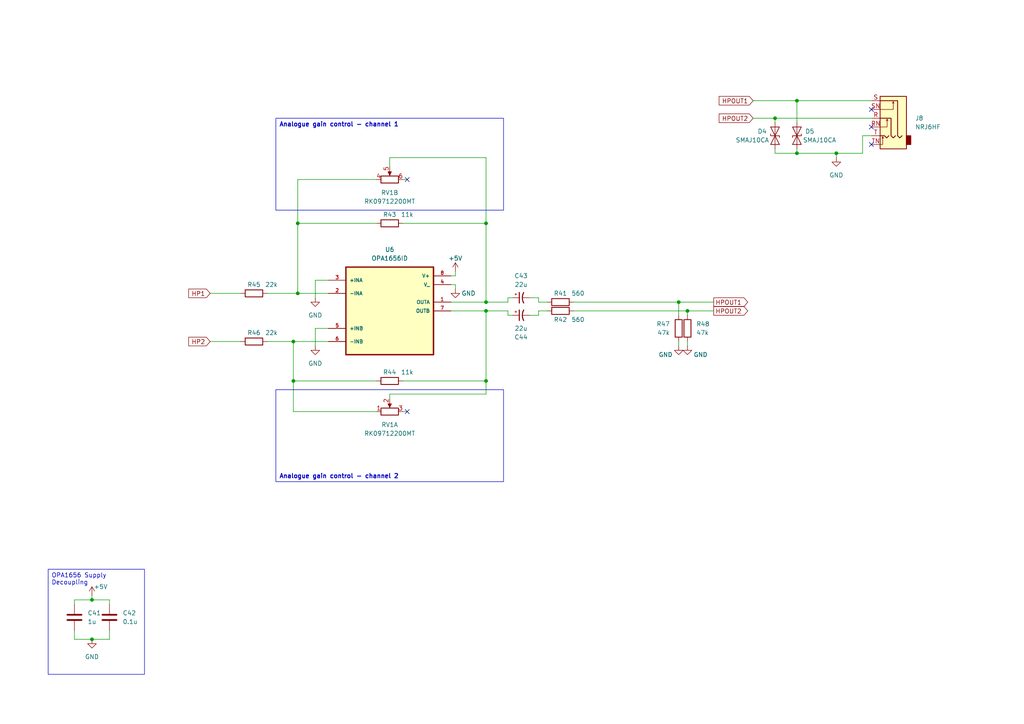
<source format=kicad_sch>
(kicad_sch (version 20230121) (generator eeschema)
  (paper "A4")
  (title_block (title "The Raspberry Jam") (date "2024-02-05") (rev "REV A0") (company "Engineer: Jed Scott"))
  (lib_symbols
    (symbol "Connector_Audio:NRJ6HF"
      (property "Reference" "J" (at 0 11.43 0))
      (property "Value" "NRJ6HF" (at 0 8.89 0))
      (symbol "NRJ6HF_0_1"
        (rectangle (start -5.08 -5.08) (end -6.35 -7.62) (stroke (width 0.254)) (fill (type outline)))
        (polyline (pts (xy -1.27 4.826) (xy -1.016 4.318)))
        (polyline (pts (xy 0.508 -0.254) (xy 0.762 -0.762)))
        (polyline (pts (xy 1.778 -5.334) (xy 2.032 -5.842)))
        (polyline (pts (xy 0 -5.08) (xy 0.635 -5.715) (xy 1.27 -5.08) (xy 2.54 -5.08)) (stroke (width 0.254)))
        (polyline (pts (xy 2.54 -7.62) (xy 1.778 -7.62) (xy 1.778 -5.334) (xy 1.524 -5.842)))
        (polyline (pts (xy 2.54 -2.54) (xy 0.508 -2.54) (xy 0.508 -0.254) (xy 0.254 -0.762)))
        (polyline (pts (xy 2.54 2.54) (xy -1.27 2.54) (xy -1.27 4.826) (xy -1.524 4.318)))
        (polyline (pts (xy -1.905 -5.08) (xy -1.27 -5.715) (xy -0.635 -5.08) (xy -0.635 0) (xy 2.54 0)) (stroke (width 0.254)))
        (polyline (pts (xy 2.54 5.08) (xy -2.54 5.08) (xy -2.54 -5.08) (xy -3.175 -5.715) (xy -3.81 -5.08)) (stroke (width 0.254)))
        (rectangle (start 2.54 6.35) (end -5.08 -8.89) (stroke (width 0.254)) (fill (type background)))
      )
      (symbol "NRJ6HF_1_1"
        (pin passive line (at 5.08 0 180) (length 2.54) (name "~") (number "R"))
        (pin passive line (at 5.08 -2.54 180) (length 2.54) (name "~") (number "RN"))
        (pin passive line (at 5.08 5.08 180) (length 2.54) (name "~") (number "S"))
        (pin passive line (at 5.08 2.54 180) (length 2.54) (name "~") (number "SN"))
        (pin passive line (at 5.08 -5.08 180) (length 2.54) (name "~") (number "T"))
        (pin passive line (at 5.08 -7.62 180) (length 2.54) (name "~") (number "TN"))
      )
    )
    (symbol "Device:C" (pin_numbers hide) (pin_names (offset 0.254))
      (property "Reference" "C" (at 0.635 2.54 0))
      (property "Value" "C" (at 0.635 -2.54 0))
      (symbol "C_0_1"
        (polyline (pts (xy -2.032 -0.762) (xy 2.032 -0.762)) (stroke (width 0.508)))
        (polyline (pts (xy -2.032 0.762) (xy 2.032 0.762)) (stroke (width 0.508)))
      )
      (symbol "C_1_1"
        (pin passive line (at 0 3.81 270) (length 2.794) (name "~") (number "1"))
        (pin passive line (at 0 -3.81 90) (length 2.794) (name "~") (number "2"))
      )
    )
    (symbol "Device:C_Polarized_Small_US" (pin_numbers hide) (pin_names (offset 0.254) hide)
      (property "Reference" "C" (at 0.254 1.778 0))
      (property "Value" "C_Polarized_Small_US" (at 0.254 -2.032 0))
      (symbol "C_Polarized_Small_US_0_1"
        (polyline (pts (xy -1.524 0.508) (xy 1.524 0.508)) (stroke (width 0.3048)))
        (polyline (pts (xy -1.27 1.524) (xy -0.762 1.524)))
        (polyline (pts (xy -1.016 1.27) (xy -1.016 1.778)))
        (arc (start 1.524 -0.762) (mid 0 -0.3734) (end -1.524 -0.762) (stroke (width 0.3048)))
      )
      (symbol "C_Polarized_Small_US_1_1"
        (pin passive line (at 0 2.54 270) (length 2.032) (name "~") (number "1"))
        (pin passive line (at 0 -2.54 90) (length 2.032) (name "~") (number "2"))
      )
    )
    (symbol "Device:R" (pin_numbers hide) (pin_names (offset 0))
      (property "Reference" "R" (at 2.032 0 90))
      (property "Value" "R" (at 0 0 90))
      (symbol "R_0_1"
        (rectangle (start -1.016 -2.54) (end 1.016 2.54) (stroke (width 0.254)))
      )
      (symbol "R_1_1"
        (pin passive line (at 0 3.81 270) (length 1.27) (name "~") (number "1"))
        (pin passive line (at 0 -3.81 90) (length 1.27) (name "~") (number "2"))
      )
    )
    (symbol "Device:R_Potentiometer_Dual_Separate" (pin_names (offset 1.016) hide)
      (property "Reference" "RV" (at -4.445 0 90))
      (property "Value" "R_Potentiometer_Dual_Separate" (at -2.54 0 90))
      (symbol "R_Potentiometer_Dual_Separate_0_1"
        (polyline (pts (xy 2.54 0) (xy 1.524 0)))
        (polyline (pts (xy 1.143 0) (xy 2.286 0.508) (xy 2.286 -0.508) (xy 1.143 0)) (fill (type outline)))
        (rectangle (start 1.016 2.54) (end -1.016 -2.54) (stroke (width 0.254)))
      )
      (symbol "R_Potentiometer_Dual_Separate_1_1"
        (pin passive line (at 0 3.81 270) (length 1.27) (name "1") (number "1"))
        (pin passive line (at 3.81 0 180) (length 1.27) (name "2") (number "2"))
        (pin passive line (at 0 -3.81 90) (length 1.27) (name "3") (number "3"))
      )
      (symbol "R_Potentiometer_Dual_Separate_2_1"
        (pin passive line (at 0 3.81 270) (length 1.27) (name "4") (number "4"))
        (pin passive line (at 3.81 0 180) (length 1.27) (name "5") (number "5"))
        (pin passive line (at 0 -3.81 90) (length 1.27) (name "6") (number "6"))
      )
    )
    (symbol "Diode:SMAJ10CA" (pin_numbers hide) (pin_names (offset 1.016) hide)
      (property "Reference" "D" (at 0 2.54 0))
      (property "Value" "SMAJ10CA" (at 0 -2.54 0))
      (symbol "SMAJ10CA_0_1"
        (polyline (pts (xy 1.27 0) (xy -1.27 0)))
        (polyline (pts (xy -2.54 -1.27) (xy 0 0) (xy -2.54 1.27) (xy -2.54 -1.27)) (stroke (width 0.2032)))
        (polyline (pts (xy 0.508 1.27) (xy 0 1.27) (xy 0 -1.27) (xy -0.508 -1.27)) (stroke (width 0.2032)))
        (polyline (pts (xy 2.54 1.27) (xy 2.54 -1.27) (xy 0 0) (xy 2.54 1.27)) (stroke (width 0.2032)))
      )
      (symbol "SMAJ10CA_1_1"
        (pin passive line (at -3.81 0 0) (length 2.54) (name "A1") (number "1"))
        (pin passive line (at 3.81 0 180) (length 2.54) (name "A2") (number "2"))
      )
    )
    (symbol "OPA1656ID:OPA1656ID" (pin_names (offset 1.016))
      (property "Reference" "U" (at -12.7 13.7 0))
      (property "Value" "OPA1656ID" (at -12.7 -16.7 0))
      (symbol "OPA1656ID_0_0"
        (rectangle (start -12.7 -12.7) (end 12.7 12.7) (stroke (width 0.41)) (fill (type background)))
        (pin output line (at 17.78 2.54 180) (length 5.08) (name "OUTA") (number "1"))
        (pin input line (at -17.78 5.08 0) (length 5.08) (name "-INA") (number "2"))
        (pin power_in line (at 17.78 7.62 180) (length 5.08) (name "V_") (number "4"))
        (pin input line (at -17.78 -8.89 0) (length 5.08) (name "-INB") (number "6"))
        (pin output line (at 17.78 0 180) (length 5.08) (name "OUTB") (number "7"))
        (pin power_in line (at 17.78 10.16 180) (length 5.08) (name "V+") (number "8"))
      )
      (symbol "OPA1656ID_1_0"
        (pin input line (at -17.78 8.89 0) (length 5.08) (name "+INA") (number "3"))
        (pin input line (at -17.78 -5.08 0) (length 5.08) (name "+INB") (number "5"))
      )
    )
    (symbol "power:+5V" (power) (pin_names (offset 0))
      (property "Value" "+5V" (at 0 3.556 0))
      (symbol "+5V_0_1"
        (polyline (pts (xy -0.762 1.27) (xy 0 2.54)))
        (polyline (pts (xy 0 0) (xy 0 2.54)))
        (polyline (pts (xy 0 2.54) (xy 0.762 1.27)))
      )
      (symbol "+5V_1_1"
        (pin power_in line (at 0 0 90) (length 0) hide (name "+5V") (number "1"))
      )
    )
    (symbol "power:GND" (power) (pin_names (offset 0))
      (property "Value" "GND" (at 0 -3.81 0))
      (symbol "GND_0_1"
        (polyline (pts (xy 0 0) (xy 0 -1.27) (xy 1.27 -1.27) (xy 0 -2.54) (xy -1.27 -1.27) (xy 0 -1.27)))
      )
      (symbol "GND_1_1"
        (pin power_in line (at 0 0 270) (length 0) hide (name "GND") (number "1"))
      )
    )
  )
  (junction (at 140.97 87.63))
  (junction (at 199.39 90.17))
  (junction (at 140.97 90.17))
  (junction (at 86.36 85.09))
  (junction (at 196.85 87.63))
  (junction (at 85.09 110.49))
  (junction (at 231.14 29.21))
  (junction (at 242.57 44.45))
  (junction (at 140.97 64.77))
  (junction (at 85.09 99.06))
  (junction (at 231.14 44.45))
  (junction (at 140.97 110.49))
  (junction (at 86.36 64.77))
  (junction (at 26.67 185.42))
  (junction (at 26.67 173.99))
  (junction (at 224.79 34.29))
  (no_connect (at 252.73 31.75))
  (no_connect (at 252.73 41.91))
  (no_connect (at 118.11 52.07))
  (no_connect (at 252.73 36.83))
  (no_connect (at 118.11 119.38))
  (wire (pts (xy 147.32 87.63) (xy 147.32 86.36)))
  (wire (pts (xy 166.37 87.63) (xy 196.85 87.63)))
  (wire (pts (xy 147.32 90.17) (xy 147.32 91.44)))
  (wire (pts (xy 231.14 44.45) (xy 231.14 43.18)))
  (wire (pts (xy 116.84 64.77) (xy 140.97 64.77)))
  (wire (pts (xy 26.67 185.42) (xy 31.75 185.42)))
  (wire (pts (xy 31.75 173.99) (xy 31.75 175.26)))
  (wire (pts (xy 140.97 45.72) (xy 140.97 64.77)))
  (wire (pts (xy 196.85 87.63) (xy 207.01 87.63)))
  (wire (pts (xy 118.11 119.38) (xy 116.84 119.38)))
  (wire (pts (xy 86.36 64.77) (xy 86.36 52.07)))
  (wire (pts (xy 21.59 182.88) (xy 21.59 185.42)))
  (wire (pts (xy 199.39 90.17) (xy 207.01 90.17)))
  (wire (pts (xy 132.08 80.01) (xy 130.81 80.01)))
  (wire (pts (xy 113.03 48.26) (xy 113.03 45.72)))
  (wire (pts (xy 85.09 110.49) (xy 109.22 110.49)))
  (wire (pts (xy 113.03 114.3) (xy 140.97 114.3)))
  (wire (pts (xy 113.03 115.57) (xy 113.03 114.3)))
  (wire (pts (xy 147.32 86.36) (xy 148.59 86.36)))
  (wire (pts (xy 85.09 99.06) (xy 95.25 99.06)))
  (wire (pts (xy 218.44 29.21) (xy 231.14 29.21)))
  (wire (pts (xy 26.67 173.99) (xy 31.75 173.99)))
  (wire (pts (xy 21.59 173.99) (xy 26.67 173.99)))
  (wire (pts (xy 153.67 91.44) (xy 156.21 91.44)))
  (wire (pts (xy 132.08 82.55) (xy 132.08 83.82)))
  (wire (pts (xy 153.67 86.36) (xy 156.21 86.36)))
  (wire (pts (xy 156.21 86.36) (xy 156.21 87.63)))
  (wire (pts (xy 147.32 91.44) (xy 148.59 91.44)))
  (wire (pts (xy 196.85 99.06) (xy 196.85 100.33)))
  (wire (pts (xy 132.08 78.74) (xy 132.08 80.01)))
  (wire (pts (xy 231.14 29.21) (xy 252.73 29.21)))
  (wire (pts (xy 86.36 85.09) (xy 86.36 64.77)))
  (wire (pts (xy 224.79 34.29) (xy 252.73 34.29)))
  (wire (pts (xy 21.59 173.99) (xy 21.59 175.26)))
  (wire (pts (xy 116.84 110.49) (xy 140.97 110.49)))
  (wire (pts (xy 118.11 52.07) (xy 116.84 52.07)))
  (wire (pts (xy 199.39 99.06) (xy 199.39 100.33)))
  (wire (pts (xy 156.21 87.63) (xy 158.75 87.63)))
  (wire (pts (xy 242.57 44.45) (xy 250.19 44.45)))
  (wire (pts (xy 231.14 44.45) (xy 242.57 44.45)))
  (wire (pts (xy 85.09 119.38) (xy 109.22 119.38)))
  (wire (pts (xy 26.67 172.72) (xy 26.67 173.99)))
  (wire (pts (xy 242.57 44.45) (xy 242.57 45.72)))
  (wire (pts (xy 130.81 87.63) (xy 140.97 87.63)))
  (wire (pts (xy 85.09 99.06) (xy 85.09 110.49)))
  (wire (pts (xy 199.39 90.17) (xy 199.39 91.44)))
  (wire (pts (xy 218.44 34.29) (xy 224.79 34.29)))
  (wire (pts (xy 196.85 87.63) (xy 196.85 91.44)))
  (wire (pts (xy 31.75 185.42) (xy 31.75 182.88)))
  (wire (pts (xy 113.03 45.72) (xy 140.97 45.72)))
  (wire (pts (xy 60.96 99.06) (xy 69.85 99.06)))
  (wire (pts (xy 250.19 39.37) (xy 252.73 39.37)))
  (wire (pts (xy 156.21 91.44) (xy 156.21 90.17)))
  (wire (pts (xy 130.81 90.17) (xy 140.97 90.17)))
  (wire (pts (xy 86.36 52.07) (xy 109.22 52.07)))
  (wire (pts (xy 77.47 99.06) (xy 85.09 99.06)))
  (wire (pts (xy 250.19 44.45) (xy 250.19 39.37)))
  (wire (pts (xy 85.09 110.49) (xy 85.09 119.38)))
  (wire (pts (xy 224.79 43.18) (xy 224.79 44.45)))
  (wire (pts (xy 231.14 29.21) (xy 231.14 35.56)))
  (wire (pts (xy 77.47 85.09) (xy 86.36 85.09)))
  (wire (pts (xy 140.97 90.17) (xy 147.32 90.17)))
  (wire (pts (xy 86.36 85.09) (xy 95.25 85.09)))
  (wire (pts (xy 140.97 64.77) (xy 140.97 87.63)))
  (wire (pts (xy 95.25 95.25) (xy 91.44 95.25)))
  (wire (pts (xy 140.97 110.49) (xy 140.97 90.17)))
  (wire (pts (xy 86.36 64.77) (xy 109.22 64.77)))
  (wire (pts (xy 91.44 95.25) (xy 91.44 100.33)))
  (wire (pts (xy 166.37 90.17) (xy 199.39 90.17)))
  (wire (pts (xy 224.79 34.29) (xy 224.79 35.56)))
  (wire (pts (xy 140.97 87.63) (xy 147.32 87.63)))
  (wire (pts (xy 140.97 114.3) (xy 140.97 110.49)))
  (wire (pts (xy 60.96 85.09) (xy 69.85 85.09)))
  (wire (pts (xy 156.21 90.17) (xy 158.75 90.17)))
  (wire (pts (xy 224.79 44.45) (xy 231.14 44.45)))
  (wire (pts (xy 95.25 81.28) (xy 91.44 81.28)))
  (wire (pts (xy 91.44 81.28) (xy 91.44 86.36)))
  (wire (pts (xy 21.59 185.42) (xy 26.67 185.42)))
  (wire (pts (xy 130.81 82.55) (xy 132.08 82.55)))
  (text_box "OPA1656 Supply Decoupling\n" (at 13.97 165.1 0) (size 27.94 30.48) (effects (font (size 1.27 1.27)) (justify left top)))
  (text_box "Analogue gain control - channel 2\n" (at 80.01 113.03 0) (size 66.04 26.67) (effects (font (size 1.27 1.27) bold) (justify left bottom)))
  (text_box "Analogue gain control - channel 1" (at 80.01 34.29 0) (size 66.04 26.67) (effects (font (size 1.27 1.27) bold) (justify left top)))
  (global_label "HP2" (shape input) (at 60.96 99.06 180) (property "Intersheetrefs" "${INTERSHEET_REFS}" (effects hide)))
  (global_label "HP1" (shape input) (at 60.96 85.09 180) (property "Intersheetrefs" "${INTERSHEET_REFS}" (effects hide)))
  (global_label "HPOUT2" (shape input) (at 218.44 34.29 180) (property "Intersheetrefs" "${INTERSHEET_REFS}" (effects hide)))
  (global_label "HPOUT2" (shape output) (at 207.01 90.17 0) (property "Intersheetrefs" "${INTERSHEET_REFS}" (effects hide)))
  (global_label "HPOUT1" (shape input) (at 218.44 29.21 180) (property "Intersheetrefs" "${INTERSHEET_REFS}" (effects hide)))
  (global_label "HPOUT1" (shape output) (at 207.01 87.63 0) (property "Intersheetrefs" "${INTERSHEET_REFS}" (effects hide)))
  (symbol (lib_id "Device:C_Polarized_Small_US") (at 151.13 91.44 90) (mirror x) (unit 1)
    (property "Reference" "C44" (at 151.13 97.79 90))
    (property "Value" "22u" (at 151.13 95.25 90))
    (property "Footprint" "Capacitor_SMD:CP_Elec_5x5.7" (effects hide))
  )
  (symbol (lib_id "Device:R_Potentiometer_Dual_Separate") (at 113.03 119.38 90) (unit 1)
    (property "Reference" "RV1" (at 113.03 123.19 90))
    (property "Value" "RK09712200MT" (at 113.03 125.73 90))
    (property "Footprint" "Potentiometer_THT:Potentiometer_Alps_RK097_Dual_Horizontal" (effects hide))
  )
  (symbol (lib_id "Diode:SMAJ10CA") (at 231.14 39.37 270) (mirror x) (unit 1)
    (property "Reference" "D5" (at 236.22 38.1 90) (effects (justify right)))
    (property "Value" "SMAJ10CA" (at 242.57 40.64 90) (effects (justify right)))
    (property "Footprint" "Diode_SMD:D_SMA" (effects hide))
    (property "Datasheet" "https://www.littelfuse.com/media?resourcetype=datasheets&itemid=75e32973-b177-4ee3-a0ff-cedaf1abdb93&filename=smaj-datasheet" (effects hide))
  )
  (symbol (lib_id "Device:C_Polarized_Small_US") (at 151.13 86.36 90) (mirror x) (unit 1)
    (property "Reference" "C43" (at 151.13 80.01 90))
    (property "Value" "22u" (at 151.13 82.55 90))
    (property "Footprint" "Capacitor_SMD:CP_Elec_5x5.7" (effects hide))
  )
  (symbol (lib_id "Device:R") (at 113.03 110.49 270) (unit 1)
    (property "Reference" "R44" (at 113.03 107.95 90))
    (property "Value" "11k" (at 118.11 107.95 90))
    (property "Footprint" "Resistor_SMD:R_0805_2012Metric_Pad1.20x1.40mm_HandSolder" (effects hide))
  )
  (symbol (lib_id "Device:C") (at 31.75 179.07 180) (unit 1)
    (property "Reference" "C42" (at 35.56 177.8 0) (effects (justify right)))
    (property "Value" "0.1u" (at 35.56 180.34 0) (effects (justify right)))
    (property "Footprint" "Capacitor_SMD:C_0805_2012Metric_Pad1.18x1.45mm_HandSolder" (effects hide))
  )
  (symbol (lib_id "power:GND") (at 91.44 86.36 0) (unit 1)
    (property "Reference" "#PWR043" (effects hide))
    (property "Value" "GND" (at 91.44 91.44 0))
  )
  (symbol (lib_id "Device:R") (at 196.85 95.25 0) (mirror y) (unit 1)
    (property "Reference" "R47" (at 194.31 93.98 0) (effects (justify left)))
    (property "Value" "47k" (at 194.31 96.52 0) (effects (justify left)))
    (property "Footprint" "Resistor_SMD:R_0805_2012Metric_Pad1.20x1.40mm_HandSolder" (effects hide))
  )
  (symbol (lib_id "power:GND") (at 91.44 100.33 0) (unit 1)
    (property "Reference" "#PWR044" (effects hide))
    (property "Value" "GND" (at 91.44 105.41 0))
  )
  (symbol (lib_id "Device:R") (at 162.56 90.17 270) (mirror x) (unit 1)
    (property "Reference" "R42" (at 162.56 92.71 90))
    (property "Value" "560" (at 167.64 92.71 90))
    (property "Footprint" "Resistor_SMD:R_0805_2012Metric_Pad1.20x1.40mm_HandSolder" (effects hide))
  )
  (symbol (lib_id "Device:R") (at 113.03 64.77 270) (unit 1)
    (property "Reference" "R43" (at 113.03 62.23 90))
    (property "Value" "11k" (at 118.11 62.23 90))
    (property "Footprint" "Resistor_SMD:R_0805_2012Metric_Pad1.20x1.40mm_HandSolder" (effects hide))
  )
  (symbol (lib_id "Connector_Audio:NRJ6HF") (at 257.81 34.29 0) (mirror y) (unit 1)
    (property "Reference" "J8" (at 265.43 34.29 0) (effects (justify right)))
    (property "Value" "NRJ6HF" (at 265.43 36.83 0) (effects (justify right)))
    (property "Footprint" "Connector_Audio:Jack_6.35mm_Neutrik_NRJ6HF_Horizontal" (effects hide))
    (property "Datasheet" "https://www.neutrik.com/en/product/nrj6hf" (effects hide))
  )
  (symbol (lib_id "Diode:SMAJ10CA") (at 224.79 39.37 90) (unit 1)
    (property "Reference" "D4" (at 219.71 38.1 90) (effects (justify right)))
    (property "Value" "SMAJ10CA" (at 213.36 40.64 90) (effects (justify right)))
    (property "Footprint" "Diode_SMD:D_SMA" (effects hide))
    (property "Datasheet" "https://www.littelfuse.com/media?resourcetype=datasheets&itemid=75e32973-b177-4ee3-a0ff-cedaf1abdb93&filename=smaj-datasheet" (effects hide))
  )
  (symbol (lib_id "power:GND") (at 132.08 83.82 0) (unit 1)
    (property "Reference" "#PWR042" (effects hide))
    (property "Value" "GND" (at 135.89 85.09 0))
  )
  (symbol (lib_id "power:GND") (at 196.85 100.33 0) (mirror y) (unit 1)
    (property "Reference" "#PWR045" (effects hide))
    (property "Value" "GND" (at 193.04 102.87 0))
  )
  (symbol (lib_id "power:GND") (at 26.67 185.42 0) (unit 1)
    (property "Reference" "#PWR0101" (effects hide))
    (property "Value" "GND" (at 26.67 190.5 0))
  )
  (symbol (lib_id "Device:R") (at 73.66 85.09 270) (unit 1)
    (property "Reference" "R45" (at 73.66 82.55 90))
    (property "Value" "22k" (at 78.74 82.55 90))
    (property "Footprint" "Resistor_SMD:R_0805_2012Metric_Pad1.20x1.40mm_HandSolder" (effects hide))
  )
  (symbol (lib_id "Device:R") (at 199.39 95.25 0) (unit 1)
    (property "Reference" "R48" (at 201.93 93.98 0) (effects (justify left)))
    (property "Value" "47k" (at 201.93 96.52 0) (effects (justify left)))
    (property "Footprint" "Resistor_SMD:R_0805_2012Metric_Pad1.20x1.40mm_HandSolder" (effects hide))
  )
  (symbol (lib_id "Device:R") (at 73.66 99.06 270) (unit 1)
    (property "Reference" "R46" (at 73.66 96.52 90))
    (property "Value" "22k" (at 78.74 96.52 90))
    (property "Footprint" "Resistor_SMD:R_0805_2012Metric_Pad1.20x1.40mm_HandSolder" (effects hide))
  )
  (symbol (lib_id "power:GND") (at 199.39 100.33 0) (unit 1)
    (property "Reference" "#PWR046" (effects hide))
    (property "Value" "GND" (at 203.2 102.87 0))
  )
  (symbol (lib_id "power:+5V") (at 26.67 172.72 0) (unit 1)
    (property "Reference" "#PWR062" (effects hide))
    (property "Value" "+5V" (at 29.21 170.18 0))
  )
  (symbol (lib_id "Device:C") (at 21.59 179.07 180) (unit 1)
    (property "Reference" "C41" (at 25.4 177.8 0) (effects (justify right)))
    (property "Value" "1u" (at 25.4 180.34 0) (effects (justify right)))
    (property "Footprint" "Capacitor_SMD:C_0805_2012Metric_Pad1.18x1.45mm_HandSolder" (effects hide))
  )
  (symbol (lib_id "Device:R_Potentiometer_Dual_Separate") (at 113.03 52.07 90) (unit 2)
    (property "Reference" "RV1" (at 113.03 55.88 90))
    (property "Value" "RK09712200MT" (at 113.03 58.42 90))
    (property "Footprint" "Potentiometer_THT:Potentiometer_Alps_RK097_Dual_Horizontal" (effects hide))
  )
  (symbol (lib_id "Device:R") (at 162.56 87.63 270) (unit 1)
    (property "Reference" "R41" (at 162.56 85.09 90))
    (property "Value" "560" (at 167.64 85.09 90))
    (property "Footprint" "Resistor_SMD:R_0805_2012Metric_Pad1.20x1.40mm_HandSolder" (effects hide))
  )
  (symbol (lib_id "power:GND") (at 242.57 45.72 0) (mirror y) (unit 1)
    (property "Reference" "#PWR047" (effects hide))
    (property "Value" "GND" (at 242.57 50.8 0))
  )
  (symbol (lib_id "power:+5V") (at 132.08 78.74 0) (unit 1)
    (property "Reference" "#PWR063" (effects hide))
    (property "Value" "+5V" (at 132.08 74.93 0))
  )
  (symbol (lib_id "OPA1656ID:OPA1656ID") (at 113.03 90.17 0) (unit 1)
    (property "Reference" "U6" (at 113.03 72.39 0))
    (property "Value" "OPA1656ID" (at 113.03 74.93 0))
    (property "Footprint" "OPA1656ID:SOIC127P599X175-8N" (effects hide))
    (property "MF" "Texas Instruments" (effects hide))
    (property "Description" "\nSoundPlus™ ultra-low noise and distortion, Burr-Brown™ audio operational amplifier\n" (effects hide))
    (property "Package" "SOIC-8 Texas Instruments" (effects hide))
    (property "Price" "None" (effects hide))
    (property "SnapEDA_Link" "https://www.snapeda.com/parts/OPA1656ID/Texas+Instruments/view-part/?ref=snap" (effects hide))
    (property "MP" "OPA1656ID" (effects hide))
    (property "Purchase-URL" "https://www.snapeda.com/api/url_track_click_mouser/?unipart_id=4220797&manufacturer=Texas Instruments&part_name=OPA1656ID&search_term=None" (effects hide))
    (property "Availability" "In Stock" (effects hide))
    (property "Check_prices" "https://www.snapeda.com/parts/OPA1656ID/Texas+Instruments/view-part/?ref=eda" (effects hide))
  )
)
</source>
